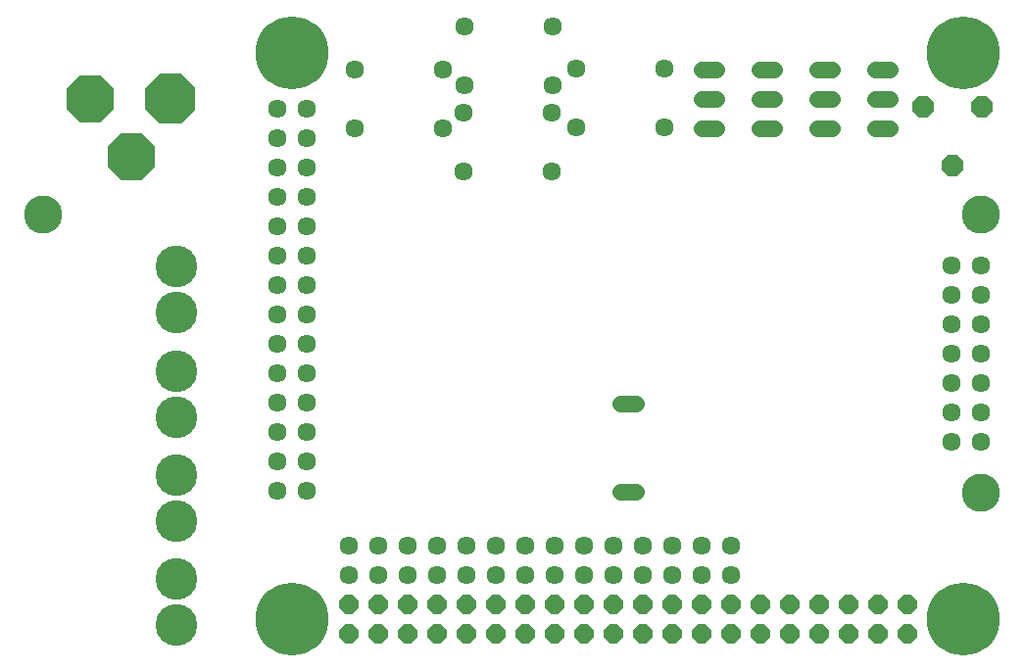
<source format=gbs>
G75*
%MOIN*%
%OFA0B0*%
%FSLAX24Y24*%
%IPPOS*%
%LPD*%
%AMOC8*
5,1,8,0,0,1.08239X$1,22.5*
%
%ADD10C,0.0634*%
%ADD11OC8,0.0749*%
%ADD12C,0.0555*%
%ADD13C,0.2481*%
%ADD14OC8,0.0640*%
%ADD15C,0.1418*%
%ADD16OC8,0.1700*%
%ADD17OC8,0.1615*%
%ADD18C,0.1300*%
D10*
X009861Y007876D03*
X010861Y007876D03*
X010861Y008876D03*
X009861Y008876D03*
X009861Y009876D03*
X010861Y009876D03*
X010861Y010876D03*
X009861Y010876D03*
X009861Y011876D03*
X010861Y011876D03*
X010861Y012876D03*
X009861Y012876D03*
X009861Y013876D03*
X010861Y013876D03*
X010861Y014876D03*
X009861Y014876D03*
X009861Y015876D03*
X010861Y015876D03*
X010861Y016876D03*
X009861Y016876D03*
X009861Y017876D03*
X010861Y017876D03*
X010861Y018876D03*
X009861Y018876D03*
X009861Y019876D03*
X010861Y019876D03*
X010861Y020876D03*
X009861Y020876D03*
X012475Y020222D03*
X012475Y022222D03*
X015475Y022222D03*
X016204Y021671D03*
X016200Y020754D03*
X015475Y020222D03*
X016200Y018754D03*
X019200Y018754D03*
X020023Y020246D03*
X019200Y020754D03*
X019204Y021671D03*
X020023Y022246D03*
X019204Y023671D03*
X016204Y023671D03*
X023023Y022246D03*
X023023Y020246D03*
X032786Y015557D03*
X032786Y014557D03*
X033786Y014557D03*
X033786Y015557D03*
X033786Y013557D03*
X032786Y013557D03*
X032786Y012557D03*
X032786Y011557D03*
X033786Y011557D03*
X033786Y012557D03*
X033786Y010557D03*
X032786Y010557D03*
X032786Y009557D03*
X033786Y009557D03*
X025279Y006002D03*
X024279Y006002D03*
X024279Y005002D03*
X025279Y005002D03*
X023279Y005002D03*
X023279Y006002D03*
X022279Y006002D03*
X021279Y006002D03*
X021279Y005002D03*
X022279Y005002D03*
X020279Y005002D03*
X020279Y006002D03*
X019279Y006002D03*
X018279Y006002D03*
X018279Y005002D03*
X019279Y005002D03*
X017279Y005002D03*
X017279Y006002D03*
X016279Y006002D03*
X015279Y006002D03*
X015279Y005002D03*
X016279Y005002D03*
X014279Y005002D03*
X013279Y005002D03*
X013279Y006002D03*
X014279Y006002D03*
X012279Y006002D03*
X012279Y005002D03*
D11*
X032822Y018943D03*
X033822Y020943D03*
X031822Y020943D03*
D12*
X030697Y021218D02*
X030182Y021218D01*
X030182Y020218D02*
X030697Y020218D01*
X028729Y020218D02*
X028214Y020218D01*
X028214Y021218D02*
X028729Y021218D01*
X028729Y022218D02*
X028214Y022218D01*
X026760Y022218D02*
X026245Y022218D01*
X026245Y021218D02*
X026760Y021218D01*
X026760Y020218D02*
X026245Y020218D01*
X024792Y020218D02*
X024277Y020218D01*
X024277Y021218D02*
X024792Y021218D01*
X024792Y022218D02*
X024277Y022218D01*
X030182Y022218D02*
X030697Y022218D01*
X022036Y010852D02*
X021521Y010852D01*
X021521Y007852D02*
X022036Y007852D01*
D13*
X033196Y003502D03*
X010361Y003502D03*
X010361Y022793D03*
X033196Y022793D03*
D14*
X031279Y004002D03*
X030279Y004002D03*
X029279Y004002D03*
X028279Y004002D03*
X027279Y004002D03*
X026279Y004002D03*
X025279Y004002D03*
X024279Y004002D03*
X023279Y004002D03*
X022279Y004002D03*
X021279Y004002D03*
X020279Y004002D03*
X019279Y004002D03*
X018279Y004002D03*
X017279Y004002D03*
X016279Y004002D03*
X015279Y004002D03*
X014279Y004002D03*
X013279Y004002D03*
X012279Y004002D03*
X012279Y003002D03*
X013279Y003002D03*
X014279Y003002D03*
X015279Y003002D03*
X016279Y003002D03*
X017279Y003002D03*
X018279Y003002D03*
X019279Y003002D03*
X020279Y003002D03*
X021279Y003002D03*
X022279Y003002D03*
X023279Y003002D03*
X024279Y003002D03*
X025279Y003002D03*
X026279Y003002D03*
X027279Y003002D03*
X028279Y003002D03*
X029279Y003002D03*
X030279Y003002D03*
X031279Y003002D03*
D15*
X006424Y003313D03*
X006424Y004872D03*
X006424Y006856D03*
X006424Y008415D03*
X006424Y010400D03*
X006424Y011959D03*
X006424Y013943D03*
X006424Y015502D03*
D16*
X006227Y021218D03*
D17*
X004869Y019250D03*
X003471Y021218D03*
D18*
X001897Y017281D03*
X033786Y017281D03*
X033786Y007833D03*
M02*

</source>
